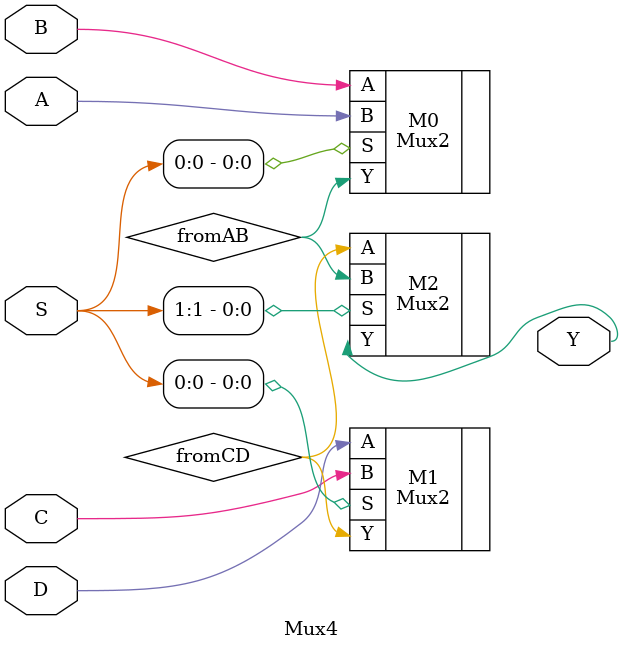
<source format=v>
/*
 * Mu4.v
 * 
 * "Four-way multiplexer- shorthand for multiple Mux2 instances"
 */
module Mux4 (
    // Input signals.
    input       A,
    input       B,
	 input       C,
	 input       D,
    
    // Control signal.
    input [1:0] S,
    
    // Output signal.
    output      Y
);

//////////////////////////////////
// -- Internal Signals/Wires -- //
//////////////////////////////////

// Nets between computed signals.
wire fromAB, fromCD;

///////////////////////////////////////////
// -- Connections/Combinational Logic -- //
///////////////////////////////////////////

//------------------------------------------------------------------------------
// Compute the four-way selection- assumes A-D == 0-3.
Mux2 M0 (
	.A(B),
	.B(A),
	.S(S[0]),
	.Y(fromAB)
);
Mux2 M1 (
	.A(D),
	.B(C),
	.S(S[0]),
	.Y(fromCD)
);
Mux2 M2 (
	.A(fromCD),
	.B(fromAB),
	.S(S[1]),
	.Y(Y)
);

endmodule

</source>
